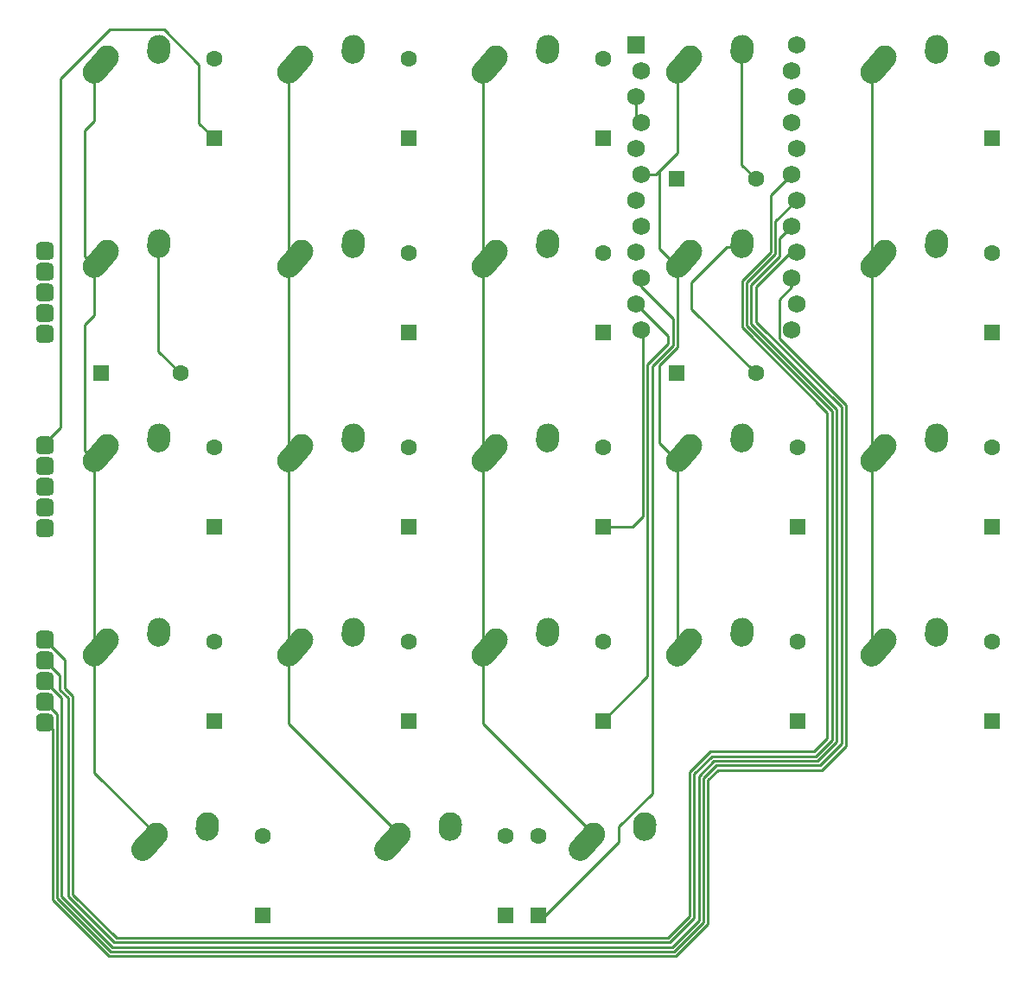
<source format=gtl>
%TF.GenerationSoftware,KiCad,Pcbnew,(5.1.12)-1*%
%TF.CreationDate,2022-01-01T22:18:57-05:00*%
%TF.ProjectId,my-keeb-2,6d792d6b-6565-4622-9d32-2e6b69636164,rev?*%
%TF.SameCoordinates,Original*%
%TF.FileFunction,Copper,L1,Top*%
%TF.FilePolarity,Positive*%
%FSLAX46Y46*%
G04 Gerber Fmt 4.6, Leading zero omitted, Abs format (unit mm)*
G04 Created by KiCad (PCBNEW (5.1.12)-1) date 2022-01-01 22:18:57*
%MOMM*%
%LPD*%
G01*
G04 APERTURE LIST*
%TA.AperFunction,ComponentPad*%
%ADD10C,2.250000*%
%TD*%
%TA.AperFunction,ComponentPad*%
%ADD11C,1.752600*%
%TD*%
%TA.AperFunction,ComponentPad*%
%ADD12R,1.752600X1.752600*%
%TD*%
%TA.AperFunction,ComponentPad*%
%ADD13R,1.600000X1.600000*%
%TD*%
%TA.AperFunction,ComponentPad*%
%ADD14C,1.600000*%
%TD*%
%TA.AperFunction,Conductor*%
%ADD15C,0.254000*%
%TD*%
G04 APERTURE END LIST*
%TO.P,MX38,2*%
%TO.N,Net-(D38-Pad2)*%
%TA.AperFunction,ComponentPad*%
G36*
G01*
X167523483Y-95047395D02*
X167522597Y-95047334D01*
G75*
G02*
X166477666Y-93847597I77403J1122334D01*
G01*
X166517666Y-93267597D01*
G75*
G02*
X167717403Y-92222666I1122334J-77403D01*
G01*
X167717403Y-92222666D01*
G75*
G02*
X168762334Y-93422403I-77403J-1122334D01*
G01*
X168722334Y-94002403D01*
G75*
G02*
X167522597Y-95047334I-1122334J77403D01*
G01*
G37*
%TD.AperFunction*%
D10*
X167640000Y-93345000D03*
%TO.P,MX38,1*%
%TO.N,COL7*%
%TA.AperFunction,ComponentPad*%
G36*
G01*
X160538688Y-96722350D02*
X160538683Y-96722345D01*
G75*
G02*
X160452655Y-95133683I751317J837345D01*
G01*
X161762657Y-93673683D01*
G75*
G02*
X163351319Y-93587655I837345J-751317D01*
G01*
X163351319Y-93587655D01*
G75*
G02*
X163437347Y-95176317I-751317J-837345D01*
G01*
X162127345Y-96636317D01*
G75*
G02*
X160538683Y-96722345I-837345J751317D01*
G01*
G37*
%TD.AperFunction*%
X162600000Y-94425000D03*
%TD*%
%TO.P,M3,5*%
%TO.N,COL9*%
%TA.AperFunction,ComponentPad*%
G36*
G01*
X109715300Y-36772850D02*
X109715300Y-37649150D01*
G75*
G02*
X109277150Y-38087300I-438150J0D01*
G01*
X108400850Y-38087300D01*
G75*
G02*
X107962700Y-37649150I0J438150D01*
G01*
X107962700Y-36772850D01*
G75*
G02*
X108400850Y-36334700I438150J0D01*
G01*
X109277150Y-36334700D01*
G75*
G02*
X109715300Y-36772850I0J-438150D01*
G01*
G37*
%TD.AperFunction*%
%TO.P,M3,4*%
%TO.N,COL8*%
%TA.AperFunction,ComponentPad*%
G36*
G01*
X109715300Y-38804850D02*
X109715300Y-39681150D01*
G75*
G02*
X109277150Y-40119300I-438150J0D01*
G01*
X108400850Y-40119300D01*
G75*
G02*
X107962700Y-39681150I0J438150D01*
G01*
X107962700Y-38804850D01*
G75*
G02*
X108400850Y-38366700I438150J0D01*
G01*
X109277150Y-38366700D01*
G75*
G02*
X109715300Y-38804850I0J-438150D01*
G01*
G37*
%TD.AperFunction*%
%TO.P,M3,3*%
%TO.N,COL7*%
%TA.AperFunction,ComponentPad*%
G36*
G01*
X109715300Y-40836850D02*
X109715300Y-41713150D01*
G75*
G02*
X109277150Y-42151300I-438150J0D01*
G01*
X108400850Y-42151300D01*
G75*
G02*
X107962700Y-41713150I0J438150D01*
G01*
X107962700Y-40836850D01*
G75*
G02*
X108400850Y-40398700I438150J0D01*
G01*
X109277150Y-40398700D01*
G75*
G02*
X109715300Y-40836850I0J-438150D01*
G01*
G37*
%TD.AperFunction*%
%TO.P,M3,2*%
%TO.N,COL6*%
%TA.AperFunction,ComponentPad*%
G36*
G01*
X109715300Y-42868850D02*
X109715300Y-43745150D01*
G75*
G02*
X109277150Y-44183300I-438150J0D01*
G01*
X108400850Y-44183300D01*
G75*
G02*
X107962700Y-43745150I0J438150D01*
G01*
X107962700Y-42868850D01*
G75*
G02*
X108400850Y-42430700I438150J0D01*
G01*
X109277150Y-42430700D01*
G75*
G02*
X109715300Y-42868850I0J-438150D01*
G01*
G37*
%TD.AperFunction*%
%TO.P,M3,1*%
%TO.N,COL5*%
%TA.AperFunction,ComponentPad*%
G36*
G01*
X109715300Y-44900850D02*
X109715300Y-45777150D01*
G75*
G02*
X109277150Y-46215300I-438150J0D01*
G01*
X108400850Y-46215300D01*
G75*
G02*
X107962700Y-45777150I0J438150D01*
G01*
X107962700Y-44900850D01*
G75*
G02*
X108400850Y-44462700I438150J0D01*
G01*
X109277150Y-44462700D01*
G75*
G02*
X109715300Y-44900850I0J-438150D01*
G01*
G37*
%TD.AperFunction*%
%TD*%
%TO.P,M2,5*%
%TO.N,COL4*%
%TA.AperFunction,ComponentPad*%
G36*
G01*
X107962700Y-83877150D02*
X107962700Y-83000850D01*
G75*
G02*
X108400850Y-82562700I438150J0D01*
G01*
X109277150Y-82562700D01*
G75*
G02*
X109715300Y-83000850I0J-438150D01*
G01*
X109715300Y-83877150D01*
G75*
G02*
X109277150Y-84315300I-438150J0D01*
G01*
X108400850Y-84315300D01*
G75*
G02*
X107962700Y-83877150I0J438150D01*
G01*
G37*
%TD.AperFunction*%
%TO.P,M2,4*%
%TO.N,COL3*%
%TA.AperFunction,ComponentPad*%
G36*
G01*
X107962700Y-81845150D02*
X107962700Y-80968850D01*
G75*
G02*
X108400850Y-80530700I438150J0D01*
G01*
X109277150Y-80530700D01*
G75*
G02*
X109715300Y-80968850I0J-438150D01*
G01*
X109715300Y-81845150D01*
G75*
G02*
X109277150Y-82283300I-438150J0D01*
G01*
X108400850Y-82283300D01*
G75*
G02*
X107962700Y-81845150I0J438150D01*
G01*
G37*
%TD.AperFunction*%
%TO.P,M2,3*%
%TO.N,COL2*%
%TA.AperFunction,ComponentPad*%
G36*
G01*
X107962700Y-79813150D02*
X107962700Y-78936850D01*
G75*
G02*
X108400850Y-78498700I438150J0D01*
G01*
X109277150Y-78498700D01*
G75*
G02*
X109715300Y-78936850I0J-438150D01*
G01*
X109715300Y-79813150D01*
G75*
G02*
X109277150Y-80251300I-438150J0D01*
G01*
X108400850Y-80251300D01*
G75*
G02*
X107962700Y-79813150I0J438150D01*
G01*
G37*
%TD.AperFunction*%
%TO.P,M2,2*%
%TO.N,COL1*%
%TA.AperFunction,ComponentPad*%
G36*
G01*
X107962700Y-77781150D02*
X107962700Y-76904850D01*
G75*
G02*
X108400850Y-76466700I438150J0D01*
G01*
X109277150Y-76466700D01*
G75*
G02*
X109715300Y-76904850I0J-438150D01*
G01*
X109715300Y-77781150D01*
G75*
G02*
X109277150Y-78219300I-438150J0D01*
G01*
X108400850Y-78219300D01*
G75*
G02*
X107962700Y-77781150I0J438150D01*
G01*
G37*
%TD.AperFunction*%
%TO.P,M2,1*%
%TO.N,COL0*%
%TA.AperFunction,ComponentPad*%
G36*
G01*
X107962700Y-75749150D02*
X107962700Y-74872850D01*
G75*
G02*
X108400850Y-74434700I438150J0D01*
G01*
X109277150Y-74434700D01*
G75*
G02*
X109715300Y-74872850I0J-438150D01*
G01*
X109715300Y-75749150D01*
G75*
G02*
X109277150Y-76187300I-438150J0D01*
G01*
X108400850Y-76187300D01*
G75*
G02*
X107962700Y-75749150I0J438150D01*
G01*
G37*
%TD.AperFunction*%
%TD*%
%TO.P,M1,5*%
%TO.N,ROW4*%
%TA.AperFunction,ComponentPad*%
G36*
G01*
X107962700Y-64827150D02*
X107962700Y-63950850D01*
G75*
G02*
X108400850Y-63512700I438150J0D01*
G01*
X109277150Y-63512700D01*
G75*
G02*
X109715300Y-63950850I0J-438150D01*
G01*
X109715300Y-64827150D01*
G75*
G02*
X109277150Y-65265300I-438150J0D01*
G01*
X108400850Y-65265300D01*
G75*
G02*
X107962700Y-64827150I0J438150D01*
G01*
G37*
%TD.AperFunction*%
%TO.P,M1,4*%
%TO.N,ROW3*%
%TA.AperFunction,ComponentPad*%
G36*
G01*
X107962700Y-62795150D02*
X107962700Y-61918850D01*
G75*
G02*
X108400850Y-61480700I438150J0D01*
G01*
X109277150Y-61480700D01*
G75*
G02*
X109715300Y-61918850I0J-438150D01*
G01*
X109715300Y-62795150D01*
G75*
G02*
X109277150Y-63233300I-438150J0D01*
G01*
X108400850Y-63233300D01*
G75*
G02*
X107962700Y-62795150I0J438150D01*
G01*
G37*
%TD.AperFunction*%
%TO.P,M1,3*%
%TO.N,ROW2*%
%TA.AperFunction,ComponentPad*%
G36*
G01*
X107962700Y-60763150D02*
X107962700Y-59886850D01*
G75*
G02*
X108400850Y-59448700I438150J0D01*
G01*
X109277150Y-59448700D01*
G75*
G02*
X109715300Y-59886850I0J-438150D01*
G01*
X109715300Y-60763150D01*
G75*
G02*
X109277150Y-61201300I-438150J0D01*
G01*
X108400850Y-61201300D01*
G75*
G02*
X107962700Y-60763150I0J438150D01*
G01*
G37*
%TD.AperFunction*%
%TO.P,M1,2*%
%TO.N,ROW1*%
%TA.AperFunction,ComponentPad*%
G36*
G01*
X107962700Y-58731150D02*
X107962700Y-57854850D01*
G75*
G02*
X108400850Y-57416700I438150J0D01*
G01*
X109277150Y-57416700D01*
G75*
G02*
X109715300Y-57854850I0J-438150D01*
G01*
X109715300Y-58731150D01*
G75*
G02*
X109277150Y-59169300I-438150J0D01*
G01*
X108400850Y-59169300D01*
G75*
G02*
X107962700Y-58731150I0J438150D01*
G01*
G37*
%TD.AperFunction*%
%TO.P,M1,1*%
%TO.N,ROW0*%
%TA.AperFunction,ComponentPad*%
G36*
G01*
X107962700Y-56699150D02*
X107962700Y-55822850D01*
G75*
G02*
X108400850Y-55384700I438150J0D01*
G01*
X109277150Y-55384700D01*
G75*
G02*
X109715300Y-55822850I0J-438150D01*
G01*
X109715300Y-56699150D01*
G75*
G02*
X109277150Y-57137300I-438150J0D01*
G01*
X108400850Y-57137300D01*
G75*
G02*
X107962700Y-56699150I0J438150D01*
G01*
G37*
%TD.AperFunction*%
%TD*%
D11*
%TO.P,U1,24*%
%TO.N,Net-(U1-Pad24)*%
X182473600Y-16986250D03*
%TO.P,U1,12*%
%TO.N,ROW2*%
X167233600Y-44926250D03*
%TO.P,U1,23*%
%TO.N,GND*%
X182016400Y-19526250D03*
%TO.P,U1,22*%
%TO.N,Net-(SW1-Pad1)*%
X182473600Y-22066250D03*
%TO.P,U1,21*%
%TO.N,VCC*%
X182016400Y-24606250D03*
%TO.P,U1,20*%
%TO.N,ROW0*%
X182473600Y-27146250D03*
%TO.P,U1,19*%
%TO.N,COL0*%
X182016400Y-29686250D03*
%TO.P,U1,18*%
%TO.N,COL1*%
X182473600Y-32226250D03*
%TO.P,U1,17*%
%TO.N,COL2*%
X182016400Y-34766250D03*
%TO.P,U1,16*%
%TO.N,COL3*%
X182473600Y-37306250D03*
%TO.P,U1,15*%
%TO.N,COL4*%
X182016400Y-39846250D03*
%TO.P,U1,14*%
%TO.N,Net-(U1-Pad14)*%
X182473600Y-42386250D03*
%TO.P,U1,13*%
%TO.N,ROW1*%
X182016400Y-44926250D03*
%TO.P,U1,11*%
%TO.N,ROW3*%
X166776400Y-42386250D03*
%TO.P,U1,10*%
%TO.N,ROW4*%
X167233600Y-39846250D03*
%TO.P,U1,9*%
%TO.N,COL5*%
X166776400Y-37306250D03*
%TO.P,U1,8*%
%TO.N,COL6*%
X167233600Y-34766250D03*
%TO.P,U1,7*%
%TO.N,COL7*%
X166776400Y-32226250D03*
%TO.P,U1,6*%
%TO.N,COL8*%
X167233600Y-29686250D03*
%TO.P,U1,5*%
%TO.N,COL9*%
X166776400Y-27146250D03*
%TO.P,U1,4*%
%TO.N,GND*%
X167233600Y-24606250D03*
%TO.P,U1,3*%
X166776400Y-22066250D03*
%TO.P,U1,2*%
%TO.N,Net-(U1-Pad2)*%
X167233600Y-19526250D03*
D12*
%TO.P,U1,1*%
%TO.N,Net-(U1-Pad1)*%
X166776400Y-16986250D03*
%TD*%
%TO.P,MX25,2*%
%TO.N,Net-(D25-Pad2)*%
%TA.AperFunction,ComponentPad*%
G36*
G01*
X119898483Y-37897395D02*
X119897597Y-37897334D01*
G75*
G02*
X118852666Y-36697597I77403J1122334D01*
G01*
X118892666Y-36117597D01*
G75*
G02*
X120092403Y-35072666I1122334J-77403D01*
G01*
X120092403Y-35072666D01*
G75*
G02*
X121137334Y-36272403I-77403J-1122334D01*
G01*
X121097334Y-36852403D01*
G75*
G02*
X119897597Y-37897334I-1122334J77403D01*
G01*
G37*
%TD.AperFunction*%
D10*
X120015000Y-36195000D03*
%TO.P,MX25,1*%
%TO.N,COL5*%
%TA.AperFunction,ComponentPad*%
G36*
G01*
X112913688Y-39572350D02*
X112913683Y-39572345D01*
G75*
G02*
X112827655Y-37983683I751317J837345D01*
G01*
X114137657Y-36523683D01*
G75*
G02*
X115726319Y-36437655I837345J-751317D01*
G01*
X115726319Y-36437655D01*
G75*
G02*
X115812347Y-38026317I-751317J-837345D01*
G01*
X114502345Y-39486317D01*
G75*
G02*
X112913683Y-39572345I-837345J751317D01*
G01*
G37*
%TD.AperFunction*%
X114975000Y-37275000D03*
%TD*%
%TO.P,MX28,2*%
%TO.N,Net-(D28-Pad2)*%
%TA.AperFunction,ComponentPad*%
G36*
G01*
X124660983Y-95047395D02*
X124660097Y-95047334D01*
G75*
G02*
X123615166Y-93847597I77403J1122334D01*
G01*
X123655166Y-93267597D01*
G75*
G02*
X124854903Y-92222666I1122334J-77403D01*
G01*
X124854903Y-92222666D01*
G75*
G02*
X125899834Y-93422403I-77403J-1122334D01*
G01*
X125859834Y-94002403D01*
G75*
G02*
X124660097Y-95047334I-1122334J77403D01*
G01*
G37*
%TD.AperFunction*%
X124777500Y-93345000D03*
%TO.P,MX28,1*%
%TO.N,COL5*%
%TA.AperFunction,ComponentPad*%
G36*
G01*
X117676188Y-96722350D02*
X117676183Y-96722345D01*
G75*
G02*
X117590155Y-95133683I751317J837345D01*
G01*
X118900157Y-93673683D01*
G75*
G02*
X120488819Y-93587655I837345J-751317D01*
G01*
X120488819Y-93587655D01*
G75*
G02*
X120574847Y-95176317I-751317J-837345D01*
G01*
X119264845Y-96636317D01*
G75*
G02*
X117676183Y-96722345I-837345J751317D01*
G01*
G37*
%TD.AperFunction*%
X119737500Y-94425000D03*
%TD*%
%TO.P,MX46,2*%
%TO.N,Net-(D46-Pad2)*%
%TA.AperFunction,ComponentPad*%
G36*
G01*
X196098483Y-75997395D02*
X196097597Y-75997334D01*
G75*
G02*
X195052666Y-74797597I77403J1122334D01*
G01*
X195092666Y-74217597D01*
G75*
G02*
X196292403Y-73172666I1122334J-77403D01*
G01*
X196292403Y-73172666D01*
G75*
G02*
X197337334Y-74372403I-77403J-1122334D01*
G01*
X197297334Y-74952403D01*
G75*
G02*
X196097597Y-75997334I-1122334J77403D01*
G01*
G37*
%TD.AperFunction*%
X196215000Y-74295000D03*
%TO.P,MX46,1*%
%TO.N,COL9*%
%TA.AperFunction,ComponentPad*%
G36*
G01*
X189113688Y-77672350D02*
X189113683Y-77672345D01*
G75*
G02*
X189027655Y-76083683I751317J837345D01*
G01*
X190337657Y-74623683D01*
G75*
G02*
X191926319Y-74537655I837345J-751317D01*
G01*
X191926319Y-74537655D01*
G75*
G02*
X192012347Y-76126317I-751317J-837345D01*
G01*
X190702345Y-77586317D01*
G75*
G02*
X189113683Y-77672345I-837345J751317D01*
G01*
G37*
%TD.AperFunction*%
X191175000Y-75375000D03*
%TD*%
%TO.P,MX45,2*%
%TO.N,Net-(D45-Pad2)*%
%TA.AperFunction,ComponentPad*%
G36*
G01*
X196098483Y-56947395D02*
X196097597Y-56947334D01*
G75*
G02*
X195052666Y-55747597I77403J1122334D01*
G01*
X195092666Y-55167597D01*
G75*
G02*
X196292403Y-54122666I1122334J-77403D01*
G01*
X196292403Y-54122666D01*
G75*
G02*
X197337334Y-55322403I-77403J-1122334D01*
G01*
X197297334Y-55902403D01*
G75*
G02*
X196097597Y-56947334I-1122334J77403D01*
G01*
G37*
%TD.AperFunction*%
X196215000Y-55245000D03*
%TO.P,MX45,1*%
%TO.N,COL9*%
%TA.AperFunction,ComponentPad*%
G36*
G01*
X189113688Y-58622350D02*
X189113683Y-58622345D01*
G75*
G02*
X189027655Y-57033683I751317J837345D01*
G01*
X190337657Y-55573683D01*
G75*
G02*
X191926319Y-55487655I837345J-751317D01*
G01*
X191926319Y-55487655D01*
G75*
G02*
X192012347Y-57076317I-751317J-837345D01*
G01*
X190702345Y-58536317D01*
G75*
G02*
X189113683Y-58622345I-837345J751317D01*
G01*
G37*
%TD.AperFunction*%
X191175000Y-56325000D03*
%TD*%
%TO.P,MX44,2*%
%TO.N,Net-(D44-Pad2)*%
%TA.AperFunction,ComponentPad*%
G36*
G01*
X196098483Y-37897395D02*
X196097597Y-37897334D01*
G75*
G02*
X195052666Y-36697597I77403J1122334D01*
G01*
X195092666Y-36117597D01*
G75*
G02*
X196292403Y-35072666I1122334J-77403D01*
G01*
X196292403Y-35072666D01*
G75*
G02*
X197337334Y-36272403I-77403J-1122334D01*
G01*
X197297334Y-36852403D01*
G75*
G02*
X196097597Y-37897334I-1122334J77403D01*
G01*
G37*
%TD.AperFunction*%
X196215000Y-36195000D03*
%TO.P,MX44,1*%
%TO.N,COL9*%
%TA.AperFunction,ComponentPad*%
G36*
G01*
X189113688Y-39572350D02*
X189113683Y-39572345D01*
G75*
G02*
X189027655Y-37983683I751317J837345D01*
G01*
X190337657Y-36523683D01*
G75*
G02*
X191926319Y-36437655I837345J-751317D01*
G01*
X191926319Y-36437655D01*
G75*
G02*
X192012347Y-38026317I-751317J-837345D01*
G01*
X190702345Y-39486317D01*
G75*
G02*
X189113683Y-39572345I-837345J751317D01*
G01*
G37*
%TD.AperFunction*%
X191175000Y-37275000D03*
%TD*%
%TO.P,MX43,2*%
%TO.N,Net-(D43-Pad2)*%
%TA.AperFunction,ComponentPad*%
G36*
G01*
X196098483Y-18847395D02*
X196097597Y-18847334D01*
G75*
G02*
X195052666Y-17647597I77403J1122334D01*
G01*
X195092666Y-17067597D01*
G75*
G02*
X196292403Y-16022666I1122334J-77403D01*
G01*
X196292403Y-16022666D01*
G75*
G02*
X197337334Y-17222403I-77403J-1122334D01*
G01*
X197297334Y-17802403D01*
G75*
G02*
X196097597Y-18847334I-1122334J77403D01*
G01*
G37*
%TD.AperFunction*%
X196215000Y-17145000D03*
%TO.P,MX43,1*%
%TO.N,COL9*%
%TA.AperFunction,ComponentPad*%
G36*
G01*
X189113688Y-20522350D02*
X189113683Y-20522345D01*
G75*
G02*
X189027655Y-18933683I751317J837345D01*
G01*
X190337657Y-17473683D01*
G75*
G02*
X191926319Y-17387655I837345J-751317D01*
G01*
X191926319Y-17387655D01*
G75*
G02*
X192012347Y-18976317I-751317J-837345D01*
G01*
X190702345Y-20436317D01*
G75*
G02*
X189113683Y-20522345I-837345J751317D01*
G01*
G37*
%TD.AperFunction*%
X191175000Y-18225000D03*
%TD*%
%TO.P,MX42,2*%
%TO.N,Net-(D42-Pad2)*%
%TA.AperFunction,ComponentPad*%
G36*
G01*
X177048483Y-75997395D02*
X177047597Y-75997334D01*
G75*
G02*
X176002666Y-74797597I77403J1122334D01*
G01*
X176042666Y-74217597D01*
G75*
G02*
X177242403Y-73172666I1122334J-77403D01*
G01*
X177242403Y-73172666D01*
G75*
G02*
X178287334Y-74372403I-77403J-1122334D01*
G01*
X178247334Y-74952403D01*
G75*
G02*
X177047597Y-75997334I-1122334J77403D01*
G01*
G37*
%TD.AperFunction*%
X177165000Y-74295000D03*
%TO.P,MX42,1*%
%TO.N,COL8*%
%TA.AperFunction,ComponentPad*%
G36*
G01*
X170063688Y-77672350D02*
X170063683Y-77672345D01*
G75*
G02*
X169977655Y-76083683I751317J837345D01*
G01*
X171287657Y-74623683D01*
G75*
G02*
X172876319Y-74537655I837345J-751317D01*
G01*
X172876319Y-74537655D01*
G75*
G02*
X172962347Y-76126317I-751317J-837345D01*
G01*
X171652345Y-77586317D01*
G75*
G02*
X170063683Y-77672345I-837345J751317D01*
G01*
G37*
%TD.AperFunction*%
X172125000Y-75375000D03*
%TD*%
%TO.P,MX41,2*%
%TO.N,Net-(D41-Pad2)*%
%TA.AperFunction,ComponentPad*%
G36*
G01*
X177048483Y-56947395D02*
X177047597Y-56947334D01*
G75*
G02*
X176002666Y-55747597I77403J1122334D01*
G01*
X176042666Y-55167597D01*
G75*
G02*
X177242403Y-54122666I1122334J-77403D01*
G01*
X177242403Y-54122666D01*
G75*
G02*
X178287334Y-55322403I-77403J-1122334D01*
G01*
X178247334Y-55902403D01*
G75*
G02*
X177047597Y-56947334I-1122334J77403D01*
G01*
G37*
%TD.AperFunction*%
X177165000Y-55245000D03*
%TO.P,MX41,1*%
%TO.N,COL8*%
%TA.AperFunction,ComponentPad*%
G36*
G01*
X170063688Y-58622350D02*
X170063683Y-58622345D01*
G75*
G02*
X169977655Y-57033683I751317J837345D01*
G01*
X171287657Y-55573683D01*
G75*
G02*
X172876319Y-55487655I837345J-751317D01*
G01*
X172876319Y-55487655D01*
G75*
G02*
X172962347Y-57076317I-751317J-837345D01*
G01*
X171652345Y-58536317D01*
G75*
G02*
X170063683Y-58622345I-837345J751317D01*
G01*
G37*
%TD.AperFunction*%
X172125000Y-56325000D03*
%TD*%
%TO.P,MX40,2*%
%TO.N,Net-(D40-Pad2)*%
%TA.AperFunction,ComponentPad*%
G36*
G01*
X177048483Y-37897395D02*
X177047597Y-37897334D01*
G75*
G02*
X176002666Y-36697597I77403J1122334D01*
G01*
X176042666Y-36117597D01*
G75*
G02*
X177242403Y-35072666I1122334J-77403D01*
G01*
X177242403Y-35072666D01*
G75*
G02*
X178287334Y-36272403I-77403J-1122334D01*
G01*
X178247334Y-36852403D01*
G75*
G02*
X177047597Y-37897334I-1122334J77403D01*
G01*
G37*
%TD.AperFunction*%
X177165000Y-36195000D03*
%TO.P,MX40,1*%
%TO.N,COL8*%
%TA.AperFunction,ComponentPad*%
G36*
G01*
X170063688Y-39572350D02*
X170063683Y-39572345D01*
G75*
G02*
X169977655Y-37983683I751317J837345D01*
G01*
X171287657Y-36523683D01*
G75*
G02*
X172876319Y-36437655I837345J-751317D01*
G01*
X172876319Y-36437655D01*
G75*
G02*
X172962347Y-38026317I-751317J-837345D01*
G01*
X171652345Y-39486317D01*
G75*
G02*
X170063683Y-39572345I-837345J751317D01*
G01*
G37*
%TD.AperFunction*%
X172125000Y-37275000D03*
%TD*%
%TO.P,MX39,2*%
%TO.N,Net-(D39-Pad2)*%
%TA.AperFunction,ComponentPad*%
G36*
G01*
X177048483Y-18847395D02*
X177047597Y-18847334D01*
G75*
G02*
X176002666Y-17647597I77403J1122334D01*
G01*
X176042666Y-17067597D01*
G75*
G02*
X177242403Y-16022666I1122334J-77403D01*
G01*
X177242403Y-16022666D01*
G75*
G02*
X178287334Y-17222403I-77403J-1122334D01*
G01*
X178247334Y-17802403D01*
G75*
G02*
X177047597Y-18847334I-1122334J77403D01*
G01*
G37*
%TD.AperFunction*%
X177165000Y-17145000D03*
%TO.P,MX39,1*%
%TO.N,COL8*%
%TA.AperFunction,ComponentPad*%
G36*
G01*
X170063688Y-20522350D02*
X170063683Y-20522345D01*
G75*
G02*
X169977655Y-18933683I751317J837345D01*
G01*
X171287657Y-17473683D01*
G75*
G02*
X172876319Y-17387655I837345J-751317D01*
G01*
X172876319Y-17387655D01*
G75*
G02*
X172962347Y-18976317I-751317J-837345D01*
G01*
X171652345Y-20436317D01*
G75*
G02*
X170063683Y-20522345I-837345J751317D01*
G01*
G37*
%TD.AperFunction*%
X172125000Y-18225000D03*
%TD*%
%TO.P,MX37,2*%
%TO.N,Net-(D37-Pad2)*%
%TA.AperFunction,ComponentPad*%
G36*
G01*
X157998483Y-75997395D02*
X157997597Y-75997334D01*
G75*
G02*
X156952666Y-74797597I77403J1122334D01*
G01*
X156992666Y-74217597D01*
G75*
G02*
X158192403Y-73172666I1122334J-77403D01*
G01*
X158192403Y-73172666D01*
G75*
G02*
X159237334Y-74372403I-77403J-1122334D01*
G01*
X159197334Y-74952403D01*
G75*
G02*
X157997597Y-75997334I-1122334J77403D01*
G01*
G37*
%TD.AperFunction*%
X158115000Y-74295000D03*
%TO.P,MX37,1*%
%TO.N,COL7*%
%TA.AperFunction,ComponentPad*%
G36*
G01*
X151013688Y-77672350D02*
X151013683Y-77672345D01*
G75*
G02*
X150927655Y-76083683I751317J837345D01*
G01*
X152237657Y-74623683D01*
G75*
G02*
X153826319Y-74537655I837345J-751317D01*
G01*
X153826319Y-74537655D01*
G75*
G02*
X153912347Y-76126317I-751317J-837345D01*
G01*
X152602345Y-77586317D01*
G75*
G02*
X151013683Y-77672345I-837345J751317D01*
G01*
G37*
%TD.AperFunction*%
X153075000Y-75375000D03*
%TD*%
%TO.P,MX36,2*%
%TO.N,Net-(D36-Pad2)*%
%TA.AperFunction,ComponentPad*%
G36*
G01*
X157998483Y-56947395D02*
X157997597Y-56947334D01*
G75*
G02*
X156952666Y-55747597I77403J1122334D01*
G01*
X156992666Y-55167597D01*
G75*
G02*
X158192403Y-54122666I1122334J-77403D01*
G01*
X158192403Y-54122666D01*
G75*
G02*
X159237334Y-55322403I-77403J-1122334D01*
G01*
X159197334Y-55902403D01*
G75*
G02*
X157997597Y-56947334I-1122334J77403D01*
G01*
G37*
%TD.AperFunction*%
X158115000Y-55245000D03*
%TO.P,MX36,1*%
%TO.N,COL7*%
%TA.AperFunction,ComponentPad*%
G36*
G01*
X151013688Y-58622350D02*
X151013683Y-58622345D01*
G75*
G02*
X150927655Y-57033683I751317J837345D01*
G01*
X152237657Y-55573683D01*
G75*
G02*
X153826319Y-55487655I837345J-751317D01*
G01*
X153826319Y-55487655D01*
G75*
G02*
X153912347Y-57076317I-751317J-837345D01*
G01*
X152602345Y-58536317D01*
G75*
G02*
X151013683Y-58622345I-837345J751317D01*
G01*
G37*
%TD.AperFunction*%
X153075000Y-56325000D03*
%TD*%
%TO.P,MX35,2*%
%TO.N,Net-(D35-Pad2)*%
%TA.AperFunction,ComponentPad*%
G36*
G01*
X157998483Y-37897395D02*
X157997597Y-37897334D01*
G75*
G02*
X156952666Y-36697597I77403J1122334D01*
G01*
X156992666Y-36117597D01*
G75*
G02*
X158192403Y-35072666I1122334J-77403D01*
G01*
X158192403Y-35072666D01*
G75*
G02*
X159237334Y-36272403I-77403J-1122334D01*
G01*
X159197334Y-36852403D01*
G75*
G02*
X157997597Y-37897334I-1122334J77403D01*
G01*
G37*
%TD.AperFunction*%
X158115000Y-36195000D03*
%TO.P,MX35,1*%
%TO.N,COL7*%
%TA.AperFunction,ComponentPad*%
G36*
G01*
X151013688Y-39572350D02*
X151013683Y-39572345D01*
G75*
G02*
X150927655Y-37983683I751317J837345D01*
G01*
X152237657Y-36523683D01*
G75*
G02*
X153826319Y-36437655I837345J-751317D01*
G01*
X153826319Y-36437655D01*
G75*
G02*
X153912347Y-38026317I-751317J-837345D01*
G01*
X152602345Y-39486317D01*
G75*
G02*
X151013683Y-39572345I-837345J751317D01*
G01*
G37*
%TD.AperFunction*%
X153075000Y-37275000D03*
%TD*%
%TO.P,MX34,2*%
%TO.N,Net-(D34-Pad2)*%
%TA.AperFunction,ComponentPad*%
G36*
G01*
X157998483Y-18847395D02*
X157997597Y-18847334D01*
G75*
G02*
X156952666Y-17647597I77403J1122334D01*
G01*
X156992666Y-17067597D01*
G75*
G02*
X158192403Y-16022666I1122334J-77403D01*
G01*
X158192403Y-16022666D01*
G75*
G02*
X159237334Y-17222403I-77403J-1122334D01*
G01*
X159197334Y-17802403D01*
G75*
G02*
X157997597Y-18847334I-1122334J77403D01*
G01*
G37*
%TD.AperFunction*%
X158115000Y-17145000D03*
%TO.P,MX34,1*%
%TO.N,COL7*%
%TA.AperFunction,ComponentPad*%
G36*
G01*
X151013688Y-20522350D02*
X151013683Y-20522345D01*
G75*
G02*
X150927655Y-18933683I751317J837345D01*
G01*
X152237657Y-17473683D01*
G75*
G02*
X153826319Y-17387655I837345J-751317D01*
G01*
X153826319Y-17387655D01*
G75*
G02*
X153912347Y-18976317I-751317J-837345D01*
G01*
X152602345Y-20436317D01*
G75*
G02*
X151013683Y-20522345I-837345J751317D01*
G01*
G37*
%TD.AperFunction*%
X153075000Y-18225000D03*
%TD*%
%TO.P,MX33,2*%
%TO.N,Net-(D33-Pad2)*%
%TA.AperFunction,ComponentPad*%
G36*
G01*
X148473483Y-95047395D02*
X148472597Y-95047334D01*
G75*
G02*
X147427666Y-93847597I77403J1122334D01*
G01*
X147467666Y-93267597D01*
G75*
G02*
X148667403Y-92222666I1122334J-77403D01*
G01*
X148667403Y-92222666D01*
G75*
G02*
X149712334Y-93422403I-77403J-1122334D01*
G01*
X149672334Y-94002403D01*
G75*
G02*
X148472597Y-95047334I-1122334J77403D01*
G01*
G37*
%TD.AperFunction*%
X148590000Y-93345000D03*
%TO.P,MX33,1*%
%TO.N,COL6*%
%TA.AperFunction,ComponentPad*%
G36*
G01*
X141488688Y-96722350D02*
X141488683Y-96722345D01*
G75*
G02*
X141402655Y-95133683I751317J837345D01*
G01*
X142712657Y-93673683D01*
G75*
G02*
X144301319Y-93587655I837345J-751317D01*
G01*
X144301319Y-93587655D01*
G75*
G02*
X144387347Y-95176317I-751317J-837345D01*
G01*
X143077345Y-96636317D01*
G75*
G02*
X141488683Y-96722345I-837345J751317D01*
G01*
G37*
%TD.AperFunction*%
X143550000Y-94425000D03*
%TD*%
%TO.P,MX32,2*%
%TO.N,Net-(D32-Pad2)*%
%TA.AperFunction,ComponentPad*%
G36*
G01*
X138948483Y-75997395D02*
X138947597Y-75997334D01*
G75*
G02*
X137902666Y-74797597I77403J1122334D01*
G01*
X137942666Y-74217597D01*
G75*
G02*
X139142403Y-73172666I1122334J-77403D01*
G01*
X139142403Y-73172666D01*
G75*
G02*
X140187334Y-74372403I-77403J-1122334D01*
G01*
X140147334Y-74952403D01*
G75*
G02*
X138947597Y-75997334I-1122334J77403D01*
G01*
G37*
%TD.AperFunction*%
X139065000Y-74295000D03*
%TO.P,MX32,1*%
%TO.N,COL6*%
%TA.AperFunction,ComponentPad*%
G36*
G01*
X131963688Y-77672350D02*
X131963683Y-77672345D01*
G75*
G02*
X131877655Y-76083683I751317J837345D01*
G01*
X133187657Y-74623683D01*
G75*
G02*
X134776319Y-74537655I837345J-751317D01*
G01*
X134776319Y-74537655D01*
G75*
G02*
X134862347Y-76126317I-751317J-837345D01*
G01*
X133552345Y-77586317D01*
G75*
G02*
X131963683Y-77672345I-837345J751317D01*
G01*
G37*
%TD.AperFunction*%
X134025000Y-75375000D03*
%TD*%
%TO.P,MX31,2*%
%TO.N,Net-(D31-Pad2)*%
%TA.AperFunction,ComponentPad*%
G36*
G01*
X138948483Y-56947395D02*
X138947597Y-56947334D01*
G75*
G02*
X137902666Y-55747597I77403J1122334D01*
G01*
X137942666Y-55167597D01*
G75*
G02*
X139142403Y-54122666I1122334J-77403D01*
G01*
X139142403Y-54122666D01*
G75*
G02*
X140187334Y-55322403I-77403J-1122334D01*
G01*
X140147334Y-55902403D01*
G75*
G02*
X138947597Y-56947334I-1122334J77403D01*
G01*
G37*
%TD.AperFunction*%
X139065000Y-55245000D03*
%TO.P,MX31,1*%
%TO.N,COL6*%
%TA.AperFunction,ComponentPad*%
G36*
G01*
X131963688Y-58622350D02*
X131963683Y-58622345D01*
G75*
G02*
X131877655Y-57033683I751317J837345D01*
G01*
X133187657Y-55573683D01*
G75*
G02*
X134776319Y-55487655I837345J-751317D01*
G01*
X134776319Y-55487655D01*
G75*
G02*
X134862347Y-57076317I-751317J-837345D01*
G01*
X133552345Y-58536317D01*
G75*
G02*
X131963683Y-58622345I-837345J751317D01*
G01*
G37*
%TD.AperFunction*%
X134025000Y-56325000D03*
%TD*%
%TO.P,MX30,2*%
%TO.N,Net-(D30-Pad2)*%
%TA.AperFunction,ComponentPad*%
G36*
G01*
X138948483Y-37897395D02*
X138947597Y-37897334D01*
G75*
G02*
X137902666Y-36697597I77403J1122334D01*
G01*
X137942666Y-36117597D01*
G75*
G02*
X139142403Y-35072666I1122334J-77403D01*
G01*
X139142403Y-35072666D01*
G75*
G02*
X140187334Y-36272403I-77403J-1122334D01*
G01*
X140147334Y-36852403D01*
G75*
G02*
X138947597Y-37897334I-1122334J77403D01*
G01*
G37*
%TD.AperFunction*%
X139065000Y-36195000D03*
%TO.P,MX30,1*%
%TO.N,COL6*%
%TA.AperFunction,ComponentPad*%
G36*
G01*
X131963688Y-39572350D02*
X131963683Y-39572345D01*
G75*
G02*
X131877655Y-37983683I751317J837345D01*
G01*
X133187657Y-36523683D01*
G75*
G02*
X134776319Y-36437655I837345J-751317D01*
G01*
X134776319Y-36437655D01*
G75*
G02*
X134862347Y-38026317I-751317J-837345D01*
G01*
X133552345Y-39486317D01*
G75*
G02*
X131963683Y-39572345I-837345J751317D01*
G01*
G37*
%TD.AperFunction*%
X134025000Y-37275000D03*
%TD*%
%TO.P,MX29,2*%
%TO.N,Net-(D29-Pad2)*%
%TA.AperFunction,ComponentPad*%
G36*
G01*
X138948483Y-18847395D02*
X138947597Y-18847334D01*
G75*
G02*
X137902666Y-17647597I77403J1122334D01*
G01*
X137942666Y-17067597D01*
G75*
G02*
X139142403Y-16022666I1122334J-77403D01*
G01*
X139142403Y-16022666D01*
G75*
G02*
X140187334Y-17222403I-77403J-1122334D01*
G01*
X140147334Y-17802403D01*
G75*
G02*
X138947597Y-18847334I-1122334J77403D01*
G01*
G37*
%TD.AperFunction*%
X139065000Y-17145000D03*
%TO.P,MX29,1*%
%TO.N,COL6*%
%TA.AperFunction,ComponentPad*%
G36*
G01*
X131963688Y-20522350D02*
X131963683Y-20522345D01*
G75*
G02*
X131877655Y-18933683I751317J837345D01*
G01*
X133187657Y-17473683D01*
G75*
G02*
X134776319Y-17387655I837345J-751317D01*
G01*
X134776319Y-17387655D01*
G75*
G02*
X134862347Y-18976317I-751317J-837345D01*
G01*
X133552345Y-20436317D01*
G75*
G02*
X131963683Y-20522345I-837345J751317D01*
G01*
G37*
%TD.AperFunction*%
X134025000Y-18225000D03*
%TD*%
%TO.P,MX27,2*%
%TO.N,Net-(D27-Pad2)*%
%TA.AperFunction,ComponentPad*%
G36*
G01*
X119898483Y-75997395D02*
X119897597Y-75997334D01*
G75*
G02*
X118852666Y-74797597I77403J1122334D01*
G01*
X118892666Y-74217597D01*
G75*
G02*
X120092403Y-73172666I1122334J-77403D01*
G01*
X120092403Y-73172666D01*
G75*
G02*
X121137334Y-74372403I-77403J-1122334D01*
G01*
X121097334Y-74952403D01*
G75*
G02*
X119897597Y-75997334I-1122334J77403D01*
G01*
G37*
%TD.AperFunction*%
X120015000Y-74295000D03*
%TO.P,MX27,1*%
%TO.N,COL5*%
%TA.AperFunction,ComponentPad*%
G36*
G01*
X112913688Y-77672350D02*
X112913683Y-77672345D01*
G75*
G02*
X112827655Y-76083683I751317J837345D01*
G01*
X114137657Y-74623683D01*
G75*
G02*
X115726319Y-74537655I837345J-751317D01*
G01*
X115726319Y-74537655D01*
G75*
G02*
X115812347Y-76126317I-751317J-837345D01*
G01*
X114502345Y-77586317D01*
G75*
G02*
X112913683Y-77672345I-837345J751317D01*
G01*
G37*
%TD.AperFunction*%
X114975000Y-75375000D03*
%TD*%
%TO.P,MX26,2*%
%TO.N,Net-(D26-Pad2)*%
%TA.AperFunction,ComponentPad*%
G36*
G01*
X119898483Y-56947395D02*
X119897597Y-56947334D01*
G75*
G02*
X118852666Y-55747597I77403J1122334D01*
G01*
X118892666Y-55167597D01*
G75*
G02*
X120092403Y-54122666I1122334J-77403D01*
G01*
X120092403Y-54122666D01*
G75*
G02*
X121137334Y-55322403I-77403J-1122334D01*
G01*
X121097334Y-55902403D01*
G75*
G02*
X119897597Y-56947334I-1122334J77403D01*
G01*
G37*
%TD.AperFunction*%
X120015000Y-55245000D03*
%TO.P,MX26,1*%
%TO.N,COL5*%
%TA.AperFunction,ComponentPad*%
G36*
G01*
X112913688Y-58622350D02*
X112913683Y-58622345D01*
G75*
G02*
X112827655Y-57033683I751317J837345D01*
G01*
X114137657Y-55573683D01*
G75*
G02*
X115726319Y-55487655I837345J-751317D01*
G01*
X115726319Y-55487655D01*
G75*
G02*
X115812347Y-57076317I-751317J-837345D01*
G01*
X114502345Y-58536317D01*
G75*
G02*
X112913683Y-58622345I-837345J751317D01*
G01*
G37*
%TD.AperFunction*%
X114975000Y-56325000D03*
%TD*%
%TO.P,MX24,2*%
%TO.N,Net-(D24-Pad2)*%
%TA.AperFunction,ComponentPad*%
G36*
G01*
X119898483Y-18847395D02*
X119897597Y-18847334D01*
G75*
G02*
X118852666Y-17647597I77403J1122334D01*
G01*
X118892666Y-17067597D01*
G75*
G02*
X120092403Y-16022666I1122334J-77403D01*
G01*
X120092403Y-16022666D01*
G75*
G02*
X121137334Y-17222403I-77403J-1122334D01*
G01*
X121097334Y-17802403D01*
G75*
G02*
X119897597Y-18847334I-1122334J77403D01*
G01*
G37*
%TD.AperFunction*%
X120015000Y-17145000D03*
%TO.P,MX24,1*%
%TO.N,COL5*%
%TA.AperFunction,ComponentPad*%
G36*
G01*
X112913688Y-20522350D02*
X112913683Y-20522345D01*
G75*
G02*
X112827655Y-18933683I751317J837345D01*
G01*
X114137657Y-17473683D01*
G75*
G02*
X115726319Y-17387655I837345J-751317D01*
G01*
X115726319Y-17387655D01*
G75*
G02*
X115812347Y-18976317I-751317J-837345D01*
G01*
X114502345Y-20436317D01*
G75*
G02*
X112913683Y-20522345I-837345J751317D01*
G01*
G37*
%TD.AperFunction*%
X114975000Y-18225000D03*
%TD*%
D13*
%TO.P,D46,1*%
%TO.N,ROW3*%
X201612500Y-83275000D03*
D14*
%TO.P,D46,2*%
%TO.N,Net-(D46-Pad2)*%
X201612500Y-75475000D03*
%TD*%
D13*
%TO.P,D45,1*%
%TO.N,ROW2*%
X201612500Y-64225000D03*
D14*
%TO.P,D45,2*%
%TO.N,Net-(D45-Pad2)*%
X201612500Y-56425000D03*
%TD*%
D13*
%TO.P,D44,1*%
%TO.N,ROW1*%
X201612500Y-45175000D03*
D14*
%TO.P,D44,2*%
%TO.N,Net-(D44-Pad2)*%
X201612500Y-37375000D03*
%TD*%
D13*
%TO.P,D43,1*%
%TO.N,ROW0*%
X201612500Y-26125000D03*
D14*
%TO.P,D43,2*%
%TO.N,Net-(D43-Pad2)*%
X201612500Y-18325000D03*
%TD*%
D13*
%TO.P,D42,1*%
%TO.N,ROW3*%
X182562500Y-83272000D03*
D14*
%TO.P,D42,2*%
%TO.N,Net-(D42-Pad2)*%
X182562500Y-75472000D03*
%TD*%
D13*
%TO.P,D41,1*%
%TO.N,ROW2*%
X182562500Y-64225000D03*
D14*
%TO.P,D41,2*%
%TO.N,Net-(D41-Pad2)*%
X182562500Y-56425000D03*
%TD*%
D13*
%TO.P,D40,1*%
%TO.N,ROW1*%
X170725000Y-49212500D03*
D14*
%TO.P,D40,2*%
%TO.N,Net-(D40-Pad2)*%
X178525000Y-49212500D03*
%TD*%
D13*
%TO.P,D39,1*%
%TO.N,ROW0*%
X170725000Y-30162500D03*
D14*
%TO.P,D39,2*%
%TO.N,Net-(D39-Pad2)*%
X178525000Y-30162500D03*
%TD*%
D13*
%TO.P,D38,1*%
%TO.N,ROW4*%
X157162500Y-102325000D03*
D14*
%TO.P,D38,2*%
%TO.N,Net-(D38-Pad2)*%
X157162500Y-94525000D03*
%TD*%
D13*
%TO.P,D37,1*%
%TO.N,ROW3*%
X163512500Y-83275000D03*
D14*
%TO.P,D37,2*%
%TO.N,Net-(D37-Pad2)*%
X163512500Y-75475000D03*
%TD*%
D13*
%TO.P,D36,1*%
%TO.N,ROW2*%
X163512500Y-64225000D03*
D14*
%TO.P,D36,2*%
%TO.N,Net-(D36-Pad2)*%
X163512500Y-56425000D03*
%TD*%
D13*
%TO.P,D35,1*%
%TO.N,ROW1*%
X163512500Y-45175000D03*
D14*
%TO.P,D35,2*%
%TO.N,Net-(D35-Pad2)*%
X163512500Y-37375000D03*
%TD*%
D13*
%TO.P,D34,1*%
%TO.N,ROW0*%
X163512500Y-26125000D03*
D14*
%TO.P,D34,2*%
%TO.N,Net-(D34-Pad2)*%
X163512500Y-18325000D03*
%TD*%
D13*
%TO.P,D33,1*%
%TO.N,ROW4*%
X153987500Y-102325000D03*
D14*
%TO.P,D33,2*%
%TO.N,Net-(D33-Pad2)*%
X153987500Y-94525000D03*
%TD*%
D13*
%TO.P,D32,1*%
%TO.N,ROW3*%
X144462500Y-83275000D03*
D14*
%TO.P,D32,2*%
%TO.N,Net-(D32-Pad2)*%
X144462500Y-75475000D03*
%TD*%
D13*
%TO.P,D31,1*%
%TO.N,ROW2*%
X144462500Y-64225000D03*
D14*
%TO.P,D31,2*%
%TO.N,Net-(D31-Pad2)*%
X144462500Y-56425000D03*
%TD*%
D13*
%TO.P,D30,1*%
%TO.N,ROW1*%
X144462500Y-45175000D03*
D14*
%TO.P,D30,2*%
%TO.N,Net-(D30-Pad2)*%
X144462500Y-37375000D03*
%TD*%
D13*
%TO.P,D29,1*%
%TO.N,ROW0*%
X144462500Y-26125000D03*
D14*
%TO.P,D29,2*%
%TO.N,Net-(D29-Pad2)*%
X144462500Y-18325000D03*
%TD*%
D13*
%TO.P,D28,1*%
%TO.N,ROW4*%
X130175000Y-102325000D03*
D14*
%TO.P,D28,2*%
%TO.N,Net-(D28-Pad2)*%
X130175000Y-94525000D03*
%TD*%
D13*
%TO.P,D27,1*%
%TO.N,ROW3*%
X125412500Y-83275000D03*
D14*
%TO.P,D27,2*%
%TO.N,Net-(D27-Pad2)*%
X125412500Y-75475000D03*
%TD*%
D13*
%TO.P,D26,1*%
%TO.N,ROW2*%
X125412500Y-64225000D03*
D14*
%TO.P,D26,2*%
%TO.N,Net-(D26-Pad2)*%
X125412500Y-56425000D03*
%TD*%
D13*
%TO.P,D25,1*%
%TO.N,ROW1*%
X114368750Y-49212500D03*
D14*
%TO.P,D25,2*%
%TO.N,Net-(D25-Pad2)*%
X122168750Y-49212500D03*
%TD*%
D13*
%TO.P,D24,1*%
%TO.N,ROW0*%
X125412500Y-26125000D03*
D14*
%TO.P,D24,2*%
%TO.N,Net-(D24-Pad2)*%
X125412500Y-18325000D03*
%TD*%
D15*
%TO.N,ROW0*%
X110363000Y-54483000D02*
X110363000Y-20320000D01*
X110363000Y-20320000D02*
X115189000Y-15494000D01*
X120512962Y-15494000D02*
X123952000Y-18933038D01*
X115189000Y-15494000D02*
X120512962Y-15494000D01*
X123952000Y-24664500D02*
X125412500Y-26125000D01*
X123952000Y-18933038D02*
X123952000Y-24664500D01*
X108839000Y-56007000D02*
X110363000Y-54483000D01*
X108839000Y-56261000D02*
X108839000Y-56007000D01*
%TO.N,ROW2*%
X125412500Y-64225000D02*
X125412500Y-64198500D01*
X163512500Y-64225000D02*
X166455979Y-64225000D01*
X166455979Y-64225000D02*
X167434979Y-63246000D01*
X167434979Y-45127629D02*
X167233600Y-44926250D01*
X167434979Y-63246000D02*
X167434979Y-45127629D01*
%TO.N,ROW3*%
X125412500Y-83275000D02*
X125412500Y-83248500D01*
X163512500Y-83275000D02*
X167888989Y-78898511D01*
X167888989Y-48314378D02*
X168154943Y-48048425D01*
X167888989Y-78898511D02*
X167888989Y-48314378D01*
X168154943Y-48048425D02*
X169906980Y-46296388D01*
X169906980Y-45516830D02*
X166776400Y-42386250D01*
X169906980Y-46296388D02*
X169906980Y-45516830D01*
%TO.N,ROW4*%
X130175000Y-102325000D02*
X130138000Y-102325000D01*
X157898962Y-102325000D02*
X157162500Y-102325000D01*
X168342999Y-90419501D02*
X165100000Y-93662500D01*
X165100000Y-93662500D02*
X165100000Y-95123962D01*
X168342999Y-48502435D02*
X168342999Y-90419501D01*
X170360990Y-46484444D02*
X168342999Y-48502435D01*
X170360990Y-43868990D02*
X170360990Y-46484444D01*
X165100000Y-95123962D02*
X157898962Y-102325000D01*
X167233600Y-40741600D02*
X170360990Y-43868990D01*
X167233600Y-39846250D02*
X167233600Y-40741600D01*
%TO.N,Net-(D25-Pad2)*%
X119975000Y-47018750D02*
X122168750Y-49212500D01*
X119975000Y-36775000D02*
X119975000Y-47018750D01*
%TO.N,Net-(D39-Pad2)*%
X177125000Y-28762500D02*
X178525000Y-30162500D01*
X177125000Y-17725000D02*
X177125000Y-28762500D01*
%TO.N,Net-(D40-Pad2)*%
X175690066Y-36775000D02*
X172212000Y-40253066D01*
X177125000Y-36775000D02*
X175690066Y-36775000D01*
X172212000Y-42899500D02*
X178525000Y-49212500D01*
X172212000Y-40253066D02*
X172212000Y-42899500D01*
%TO.N,COL5*%
X113665000Y-88352500D02*
X119737500Y-94425000D01*
X113665000Y-76835000D02*
X113665000Y-88352500D01*
X113665000Y-57785000D02*
X113665000Y-76835000D01*
X112712500Y-37782500D02*
X113665000Y-38735000D01*
X112712500Y-25400000D02*
X112712500Y-37782500D01*
X113665000Y-24447500D02*
X112712500Y-25400000D01*
X113665000Y-19685000D02*
X113665000Y-24447500D01*
X113665000Y-38735000D02*
X113665000Y-43497500D01*
X113665000Y-43497500D02*
X112712500Y-44450000D01*
X112712500Y-56832500D02*
X113665000Y-57785000D01*
X112712500Y-44450000D02*
X112712500Y-56832500D01*
%TO.N,COL6*%
X132715000Y-76835000D02*
X132715000Y-83590000D01*
X132715000Y-83590000D02*
X143550000Y-94425000D01*
X132715000Y-19685000D02*
X132715000Y-22066250D01*
X132715000Y-38735000D02*
X132715000Y-57785000D01*
X132715000Y-57785000D02*
X132715000Y-76835000D01*
X132715000Y-23241000D02*
X132715000Y-38735000D01*
X132715000Y-22066250D02*
X132715000Y-23241000D01*
%TO.N,COL7*%
X151765000Y-83590000D02*
X162600000Y-94425000D01*
X151765000Y-76835000D02*
X151765000Y-83590000D01*
X151765000Y-19685000D02*
X151765000Y-38735000D01*
X151765000Y-38735000D02*
X151765000Y-57785000D01*
X151765000Y-57785000D02*
X151765000Y-76835000D01*
%TO.N,COL8*%
X170815000Y-57785000D02*
X170815000Y-76835000D01*
X170815000Y-19685000D02*
X170815000Y-27622500D01*
X170815000Y-27622500D02*
X169068750Y-29368750D01*
X169068750Y-36988750D02*
X170815000Y-38735000D01*
X169068750Y-29368750D02*
X169068750Y-36988750D01*
X170815000Y-38735000D02*
X170815000Y-46672500D01*
X170815000Y-46672500D02*
X169068750Y-48418750D01*
X169068750Y-56038750D02*
X170815000Y-57785000D01*
X169068750Y-48418750D02*
X169068750Y-56038750D01*
X168751250Y-29686250D02*
X169068750Y-29368750D01*
X167233600Y-29686250D02*
X168751250Y-29686250D01*
%TO.N,COL9*%
X189865000Y-57785000D02*
X189865000Y-76835000D01*
X189865000Y-38735000D02*
X189865000Y-57785000D01*
X189865000Y-19685000D02*
X189865000Y-38735000D01*
%TO.N,COL4*%
X182016400Y-40742562D02*
X182016400Y-39846250D01*
X180813099Y-41945863D02*
X182016400Y-40742562D01*
X108839000Y-83439000D02*
X108966000Y-83439000D01*
X108966000Y-83439000D02*
X109588300Y-84061300D01*
X109588300Y-84061300D02*
X109588300Y-100857051D01*
X115093750Y-106362500D02*
X170656250Y-106362500D01*
X170656250Y-106362500D02*
X173831250Y-103187500D01*
X173831250Y-103187500D02*
X173831250Y-89058750D01*
X173831250Y-89058750D02*
X174783750Y-88106250D01*
X174783750Y-88106250D02*
X184943750Y-88106250D01*
X184943750Y-88106250D02*
X187325000Y-85725000D01*
X180813099Y-45812099D02*
X180813099Y-41945863D01*
X187325000Y-85725000D02*
X187325000Y-52324000D01*
X109588300Y-100857051D02*
X115093750Y-106362500D01*
X187325000Y-52324000D02*
X180813099Y-45812099D01*
%TO.N,COL3*%
X110042310Y-82610310D02*
X110042310Y-100668994D01*
X108839000Y-81407000D02*
X110042310Y-82610310D01*
X110042310Y-100668994D02*
X115281806Y-105908490D01*
X115281806Y-105908490D02*
X170468194Y-105908490D01*
X173377240Y-102999444D02*
X173377240Y-88870693D01*
X173377240Y-88870693D02*
X174595693Y-87652240D01*
X170468194Y-105908490D02*
X173377240Y-102999444D01*
X174595693Y-87652240D02*
X184755694Y-87652240D01*
X184755694Y-87652240D02*
X186870990Y-85536944D01*
X186870990Y-85536944D02*
X186870990Y-52512056D01*
X181894788Y-37306250D02*
X182473600Y-37306250D01*
X178502999Y-44144065D02*
X178502999Y-40698039D01*
X178502999Y-40698039D02*
X181894788Y-37306250D01*
X186870990Y-52512056D02*
X178502999Y-44144065D01*
%TO.N,COL2*%
X108839000Y-79375000D02*
X110496320Y-81032320D01*
X170280138Y-105454480D02*
X172923230Y-102811388D01*
X186416980Y-52700112D02*
X178048989Y-44332122D01*
X180843986Y-35938664D02*
X182016400Y-34766250D01*
X110496320Y-81032320D02*
X110496320Y-100480938D01*
X186416980Y-85348888D02*
X186416980Y-52700112D01*
X110496320Y-100480938D02*
X115469862Y-105454480D01*
X115469862Y-105454480D02*
X170280138Y-105454480D01*
X178314943Y-40244029D02*
X180843986Y-37714986D01*
X172923230Y-102811388D02*
X172923230Y-88682636D01*
X174407636Y-87198230D02*
X184567638Y-87198230D01*
X172923230Y-88682636D02*
X174407636Y-87198230D01*
X184567638Y-87198230D02*
X186416980Y-85348888D01*
X178048989Y-44332122D02*
X178048989Y-40509982D01*
X180843986Y-37714986D02*
X180843986Y-35938664D01*
X178048989Y-40509982D02*
X178314943Y-40244029D01*
%TO.N,COL1*%
X180389976Y-34309874D02*
X182473600Y-32226250D01*
X177594979Y-40321927D02*
X180389976Y-37526930D01*
X108839000Y-77343000D02*
X110331250Y-78835250D01*
X115657918Y-105000470D02*
X170092082Y-105000470D01*
X180389976Y-37526930D02*
X180389976Y-34309874D01*
X170092082Y-105000470D02*
X172469220Y-102623332D01*
X110331250Y-78835250D02*
X110331250Y-80225184D01*
X110331250Y-80225184D02*
X111125000Y-81018934D01*
X172469220Y-102623332D02*
X172469220Y-88494579D01*
X172469220Y-88494579D02*
X174219579Y-86744220D01*
X111125000Y-100467552D02*
X115657918Y-105000470D01*
X174219579Y-86744220D02*
X184379582Y-86744220D01*
X184379582Y-86744220D02*
X185962970Y-85160832D01*
X177594979Y-44520179D02*
X177594979Y-40321927D01*
X185962970Y-85160832D02*
X185962970Y-52888169D01*
X111125000Y-81018934D02*
X111125000Y-100467552D01*
X185962970Y-52888169D02*
X177594979Y-44520179D01*
%TO.N,COL0*%
X108839000Y-75311000D02*
X110785260Y-77257260D01*
X110785260Y-80037128D02*
X111579010Y-80830877D01*
X110785260Y-77257260D02*
X110785260Y-80037128D01*
X111579010Y-100276010D02*
X115849460Y-104546460D01*
X111579010Y-80830877D02*
X111579010Y-100276010D01*
X115849460Y-104546460D02*
X169904026Y-104546460D01*
X172015210Y-88306522D02*
X172281164Y-88040569D01*
X172015210Y-102435276D02*
X172015210Y-88306522D01*
X169904026Y-104546460D02*
X172015210Y-102435276D01*
X172281164Y-88040569D02*
X174031522Y-86290210D01*
X174031522Y-86290210D02*
X184191526Y-86290210D01*
X184191526Y-86290210D02*
X185508960Y-84972776D01*
X185508960Y-84972776D02*
X185508960Y-53076226D01*
X177140969Y-40133870D02*
X177406923Y-39867917D01*
X177140969Y-44708236D02*
X177140969Y-40133870D01*
X185508960Y-53076226D02*
X177140969Y-44708236D01*
X179935966Y-31766684D02*
X182016400Y-29686250D01*
X179935966Y-37338874D02*
X179935966Y-31766684D01*
X177406923Y-39867917D02*
X179935966Y-37338874D01*
%TO.N,GND*%
X166776400Y-24149050D02*
X167233600Y-24606250D01*
X166776400Y-22066250D02*
X166776400Y-24149050D01*
%TD*%
M02*

</source>
